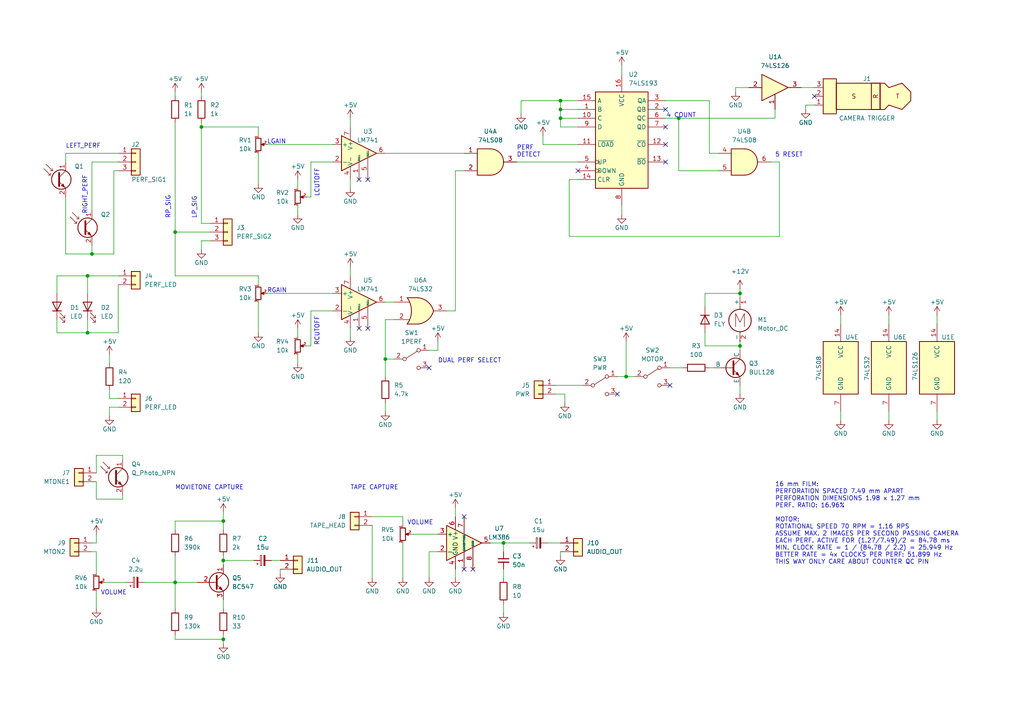
<source format=kicad_sch>
(kicad_sch (version 20231120) (generator "eeschema") (generator_version "8.0")
  (paper "A4")
  (junction (at 361.95 39.37))
  (junction (at 361.95 26.67))
  (junction (at 361.95 107.95))
  (junction (at 181.61 109.22))
  (junction (at 361.95 29.21))
  (junction (at 361.95 92.71))
  (junction (at 64.77 151.13))
  (junction (at 196.85 34.29))
  (junction (at 375.92 128.27))
  (junction (at 375.92 123.19))
  (junction (at 214.63 100.33))
  (junction (at 361.95 80.01))
  (junction (at 375.92 107.95))
  (junction (at 375.92 87.63))
  (junction (at 26.67 73.66))
  (junction (at 375.92 118.11))
  (junction (at 375.92 31.75))
  (junction (at 375.92 49.53))
  (junction (at 375.92 92.71))
  (junction (at 375.92 69.85))
  (junction (at 361.95 31.75))
  (junction (at 361.95 115.57))
  (junction (at 375.92 100.33))
  (junction (at 361.95 110.49))
  (junction (at 375.92 74.93))
  (junction (at 375.92 110.49))
  (junction (at 375.92 24.13))
  (junction (at 361.95 52.07))
  (junction (at 146.05 157.48))
  (junction (at 361.95 123.19))
  (junction (at 361.95 72.39))
  (junction (at 375.92 52.07))
  (junction (at 375.92 26.67))
  (junction (at 214.63 85.09))
  (junction (at 361.95 125.73))
  (junction (at 375.92 146.05))
  (junction (at 375.92 90.17))
  (junction (at 375.92 46.99))
  (junction (at 375.92 113.03))
  (junction (at 375.92 133.35))
  (junction (at 375.92 135.89))
  (junction (at 361.95 64.77))
  (junction (at 361.95 128.27))
  (junction (at 375.92 64.77))
  (junction (at 361.95 143.51))
  (junction (at 361.95 41.91))
  (junction (at 375.92 115.57))
  (junction (at 361.95 105.41))
  (junction (at 361.95 90.17))
  (junction (at 361.95 57.15))
  (junction (at 375.92 62.23))
  (junction (at 361.95 59.69))
  (junction (at 375.92 80.01))
  (junction (at 162.56 29.21))
  (junction (at 361.95 74.93))
  (junction (at 361.95 85.09))
  (junction (at 375.92 39.37))
  (junction (at 361.95 130.81))
  (junction (at 361.95 133.35))
  (junction (at 361.95 135.89))
  (junction (at 375.92 36.83))
  (junction (at 375.92 72.39))
  (junction (at 375.92 34.29))
  (junction (at 361.95 95.25))
  (junction (at 361.95 102.87))
  (junction (at 375.92 130.81))
  (junction (at 375.92 82.55))
  (junction (at 25.4 96.52))
  (junction (at 361.95 67.31))
  (junction (at 375.92 102.87))
  (junction (at 375.92 120.65))
  (junction (at 375.92 105.41))
  (junction (at 361.95 21.59))
  (junction (at 375.92 95.25))
  (junction (at 162.56 31.75))
  (junction (at 375.92 29.21))
  (junction (at 375.92 85.09))
  (junction (at 361.95 113.03))
  (junction (at 50.8 168.91))
  (junction (at 375.92 59.69))
  (junction (at 361.95 46.99))
  (junction (at 375.92 44.45))
  (junction (at 361.95 49.53))
  (junction (at 361.95 34.29))
  (junction (at 162.56 34.29))
  (junction (at 25.4 80.01))
  (junction (at 361.95 44.45))
  (junction (at 375.92 54.61))
  (junction (at 361.95 62.23))
  (junction (at 361.95 100.33))
  (junction (at 111.76 104.14))
  (junction (at 361.95 24.13))
  (junction (at 361.95 120.65))
  (junction (at 375.92 77.47))
  (junction (at 361.95 82.55))
  (junction (at 64.77 185.42))
  (junction (at 361.95 77.47))
  (junction (at 375.92 138.43))
  (junction (at 50.8 67.31))
  (junction (at 361.95 36.83))
  (junction (at 375.92 125.73))
  (junction (at 375.92 67.31))
  (junction (at 361.95 87.63))
  (junction (at 375.92 143.51))
  (junction (at 361.95 140.97))
  (junction (at 64.77 162.56))
  (junction (at 361.95 97.79))
  (junction (at 375.92 140.97))
  (junction (at 375.92 57.15))
  (junction (at 375.92 97.79))
  (junction (at 58.42 36.83))
  (junction (at 361.95 69.85))
  (junction (at 375.92 41.91))
  (junction (at 361.95 138.43))
  (junction (at 361.95 54.61))
  (junction (at 361.95 118.11))
  (no_connect (at 179.07 114.3))
  (no_connect (at 134.62 149.86))
  (no_connect (at 193.04 31.75))
  (no_connect (at 137.16 165.1))
  (no_connect (at 134.62 165.1))
  (no_connect (at 193.04 46.99))
  (no_connect (at 106.68 95.25))
  (no_connect (at 236.22 27.94))
  (no_connect (at 167.64 49.53))
  (no_connect (at 124.46 106.68))
  (no_connect (at 193.04 41.91))
  (no_connect (at 194.31 111.76))
  (no_connect (at 104.14 52.07))
  (no_connect (at 193.04 36.83))
  (no_connect (at 104.14 95.25))
  (no_connect (at 106.68 52.07))
  (wire (pts (xy 361.95 26.67) (xy 361.95 29.21)))
  (wire (pts (xy 88.9 57.15) (xy 90.17 57.15)))
  (wire (pts (xy 50.8 35.56) (xy 50.8 67.31)))
  (wire (pts (xy 86.36 59.69) (xy 86.36 62.23)))
  (wire (pts (xy 146.05 157.48) (xy 153.67 157.48)))
  (wire (pts (xy 90.17 100.33) (xy 90.17 90.17)))
  (wire (pts (xy 58.42 35.56) (xy 58.42 36.83)))
  (wire (pts (xy 124.46 160.02) (xy 124.46 167.64)))
  (wire (pts (xy 64.77 173.99) (xy 64.77 176.53)))
  (wire (pts (xy 16.51 96.52) (xy 25.4 96.52)))
  (wire (pts (xy 162.56 36.83) (xy 167.64 36.83)))
  (wire (pts (xy 58.42 64.77) (xy 58.42 36.83)))
  (wire (pts (xy 214.63 85.09) (xy 214.63 86.36)))
  (wire (pts (xy 375.92 31.75) (xy 375.92 34.29)))
  (wire (pts (xy 132.08 147.32) (xy 132.08 149.86)))
  (wire (pts (xy 375.92 26.67) (xy 375.92 29.21)))
  (wire (pts (xy 375.92 54.61) (xy 375.92 57.15)))
  (wire (pts (xy 375.92 82.55) (xy 375.92 85.09)))
  (wire (pts (xy 165.1 68.58) (xy 226.06 68.58)))
  (wire (pts (xy 361.95 125.73) (xy 361.95 128.27)))
  (wire (pts (xy 213.36 25.4) (xy 217.17 25.4)))
  (wire (pts (xy 361.95 34.29) (xy 361.95 36.83)))
  (wire (pts (xy 375.92 123.19) (xy 375.92 125.73)))
  (wire (pts (xy 204.47 85.09) (xy 214.63 85.09)))
  (wire (pts (xy 226.06 46.99) (xy 226.06 68.58)))
  (wire (pts (xy 64.77 151.13) (xy 64.77 153.67)))
  (wire (pts (xy 375.92 120.65) (xy 375.92 123.19)))
  (wire (pts (xy 34.29 82.55) (xy 34.29 96.52)))
  (wire (pts (xy 361.95 54.61) (xy 361.95 57.15)))
  (wire (pts (xy 34.29 115.57) (xy 31.75 115.57)))
  (wire (pts (xy 161.29 111.76) (xy 168.91 111.76)))
  (wire (pts (xy 86.36 95.25) (xy 86.36 97.79)))
  (wire (pts (xy 114.3 92.71) (xy 111.76 92.71)))
  (wire (pts (xy 27.94 160.02) (xy 27.94 166.37)))
  (wire (pts (xy 132.08 90.17) (xy 129.54 90.17)))
  (wire (pts (xy 50.8 26.67) (xy 50.8 27.94)))
  (wire (pts (xy 116.84 157.48) (xy 116.84 167.64)))
  (wire (pts (xy 196.85 49.53) (xy 208.28 49.53)))
  (wire (pts (xy 101.6 95.25) (xy 101.6 97.79)))
  (wire (pts (xy 361.95 44.45) (xy 361.95 46.99)))
  (wire (pts (xy 361.95 123.19) (xy 361.95 125.73)))
  (wire (pts (xy 116.84 149.86) (xy 107.95 149.86)))
  (wire (pts (xy 64.77 162.56) (xy 64.77 163.83)))
  (wire (pts (xy 33.02 49.53) (xy 33.02 73.66)))
  (wire (pts (xy 361.95 87.63) (xy 361.95 90.17)))
  (wire (pts (xy 165.1 52.07) (xy 167.64 52.07)))
  (wire (pts (xy 25.4 96.52) (xy 34.29 96.52)))
  (wire (pts (xy 213.36 25.4) (xy 213.36 26.67)))
  (wire (pts (xy 375.92 57.15) (xy 375.92 59.69)))
  (wire (pts (xy 165.1 68.58) (xy 165.1 52.07)))
  (wire (pts (xy 146.05 165.1) (xy 146.05 167.64)))
  (wire (pts (xy 127 101.6) (xy 124.46 101.6)))
  (wire (pts (xy 151.13 29.21) (xy 162.56 29.21)))
  (wire (pts (xy 50.8 168.91) (xy 57.15 168.91)))
  (wire (pts (xy 233.68 30.48) (xy 236.22 30.48)))
  (wire (pts (xy 124.46 160.02) (xy 127 160.02)))
  (wire (pts (xy 58.42 69.85) (xy 58.42 72.39)))
  (wire (pts (xy 101.6 52.07) (xy 101.6 54.61)))
  (wire (pts (xy 361.95 95.25) (xy 361.95 97.79)))
  (wire (pts (xy 375.92 46.99) (xy 375.92 49.53)))
  (wire (pts (xy 181.61 109.22) (xy 184.15 109.22)))
  (wire (pts (xy 375.92 80.01) (xy 375.92 82.55)))
  (wire (pts (xy 361.95 39.37) (xy 361.95 41.91)))
  (wire (pts (xy 26.67 160.02) (xy 27.94 160.02)))
  (wire (pts (xy 205.74 44.45) (xy 208.28 44.45)))
  (wire (pts (xy 375.92 107.95) (xy 375.92 110.49)))
  (wire (pts (xy 50.8 184.15) (xy 50.8 185.42)))
  (wire (pts (xy 149.86 46.99) (xy 167.64 46.99)))
  (wire (pts (xy 119.38 154.94) (xy 127 154.94)))
  (wire (pts (xy 361.95 64.77) (xy 361.95 67.31)))
  (wire (pts (xy 375.92 41.91) (xy 375.92 44.45)))
  (wire (pts (xy 361.95 100.33) (xy 361.95 102.87)))
  (wire (pts (xy 361.95 107.95) (xy 361.95 110.49)))
  (wire (pts (xy 361.95 138.43) (xy 361.95 140.97)))
  (wire (pts (xy 375.92 59.69) (xy 375.92 62.23)))
  (wire (pts (xy 375.92 62.23) (xy 375.92 64.77)))
  (wire (pts (xy 223.52 46.99) (xy 226.06 46.99)))
  (wire (pts (xy 181.61 109.22) (xy 179.07 109.22)))
  (wire (pts (xy 27.94 154.94) (xy 27.94 157.48)))
  (wire (pts (xy 361.95 29.21) (xy 361.95 31.75)))
  (wire (pts (xy 180.34 59.69) (xy 180.34 62.23)))
  (wire (pts (xy 375.92 128.27) (xy 375.92 130.81)))
  (wire (pts (xy 375.92 69.85) (xy 375.92 72.39)))
  (wire (pts (xy 151.13 33.02) (xy 151.13 29.21)))
  (wire (pts (xy 19.05 44.45) (xy 19.05 46.99)))
  (wire (pts (xy 375.92 72.39) (xy 375.92 74.93)))
  (wire (pts (xy 375.92 115.57) (xy 375.92 118.11)))
  (wire (pts (xy 86.36 102.87) (xy 86.36 105.41)))
  (wire (pts (xy 375.92 95.25) (xy 375.92 97.79)))
  (wire (pts (xy 214.63 100.33) (xy 214.63 101.6)))
  (wire (pts (xy 361.95 17.78) (xy 361.95 21.59)))
  (wire (pts (xy 204.47 100.33) (xy 214.63 100.33)))
  (wire (pts (xy 361.95 80.01) (xy 361.95 82.55)))
  (wire (pts (xy 194.31 106.68) (xy 198.12 106.68)))
  (wire (pts (xy 361.95 69.85) (xy 361.95 72.39)))
  (wire (pts (xy 361.95 52.07) (xy 361.95 54.61)))
  (wire (pts (xy 375.92 118.11) (xy 375.92 120.65)))
  (wire (pts (xy 375.92 92.71) (xy 375.92 95.25)))
  (wire (pts (xy 375.92 146.05) (xy 375.92 148.59)))
  (wire (pts (xy 27.94 157.48) (xy 26.67 157.48)))
  (wire (pts (xy 375.92 24.13) (xy 375.92 26.67)))
  (wire (pts (xy 361.95 24.13) (xy 361.95 26.67)))
  (wire (pts (xy 86.36 52.07) (xy 86.36 54.61)))
  (wire (pts (xy 361.95 90.17) (xy 361.95 92.71)))
  (wire (pts (xy 361.95 72.39) (xy 361.95 74.93)))
  (wire (pts (xy 35.56 144.78) (xy 35.56 143.51)))
  (wire (pts (xy 107.95 152.4) (xy 107.95 167.64)))
  (wire (pts (xy 361.95 59.69) (xy 361.95 62.23)))
  (wire (pts (xy 257.81 119.38) (xy 257.81 121.92)))
  (wire (pts (xy 64.77 148.59) (xy 64.77 151.13)))
  (wire (pts (xy 58.42 69.85) (xy 60.96 69.85)))
  (wire (pts (xy 50.8 151.13) (xy 64.77 151.13)))
  (wire (pts (xy 375.92 74.93) (xy 375.92 77.47)))
  (wire (pts (xy 361.95 46.99) (xy 361.95 49.53)))
  (wire (pts (xy 90.17 90.17) (xy 96.52 90.17)))
  (wire (pts (xy 25.4 80.01) (xy 16.51 80.01)))
  (wire (pts (xy 81.28 166.37) (xy 81.28 165.1)))
  (wire (pts (xy 361.95 113.03) (xy 361.95 115.57)))
  (wire (pts (xy 50.8 67.31) (xy 60.96 67.31)))
  (wire (pts (xy 375.92 97.79) (xy 375.92 100.33)))
  (wire (pts (xy 375.92 39.37) (xy 375.92 41.91)))
  (wire (pts (xy 111.76 104.14) (xy 114.3 104.14)))
  (wire (pts (xy 375.92 21.59) (xy 375.92 24.13)))
  (wire (pts (xy 50.8 67.31) (xy 50.8 80.01)))
  (wire (pts (xy 157.48 41.91) (xy 167.64 41.91)))
  (wire (pts (xy 33.02 73.66) (xy 26.67 73.66)))
  (wire (pts (xy 375.92 113.03) (xy 375.92 115.57)))
  (wire (pts (xy 205.74 29.21) (xy 205.74 44.45)))
  (wire (pts (xy 50.8 168.91) (xy 50.8 176.53)))
  (wire (pts (xy 132.08 165.1) (xy 132.08 167.64)))
  (wire (pts (xy 361.95 82.55) (xy 361.95 85.09)))
  (wire (pts (xy 361.95 36.83) (xy 361.95 39.37)))
  (wire (pts (xy 375.92 90.17) (xy 375.92 92.71)))
  (wire (pts (xy 31.75 118.11) (xy 31.75 120.65)))
  (wire (pts (xy 375.92 49.53) (xy 375.92 52.07)))
  (wire (pts (xy 64.77 162.56) (xy 73.66 162.56)))
  (wire (pts (xy 361.95 97.79) (xy 361.95 100.33)))
  (wire (pts (xy 271.78 119.38) (xy 271.78 121.92)))
  (wire (pts (xy 132.08 49.53) (xy 132.08 90.17)))
  (wire (pts (xy 361.95 74.93) (xy 361.95 77.47)))
  (wire (pts (xy 111.76 116.84) (xy 111.76 119.38)))
  (wire (pts (xy 361.95 67.31) (xy 361.95 69.85)))
  (wire (pts (xy 88.9 100.33) (xy 90.17 100.33)))
  (wire (pts (xy 19.05 73.66) (xy 26.67 73.66)))
  (wire (pts (xy 361.95 120.65) (xy 361.95 123.19)))
  (wire (pts (xy 375.92 130.81) (xy 375.92 133.35)))
  (wire (pts (xy 257.81 91.44) (xy 257.81 93.98)))
  (wire (pts (xy 111.76 44.45) (xy 134.62 44.45)))
  (wire (pts (xy 25.4 80.01) (xy 25.4 85.09)))
  (wire (pts (xy 375.92 77.47) (xy 375.92 80.01)))
  (wire (pts (xy 375.92 36.83) (xy 375.92 39.37)))
  (wire (pts (xy 271.78 91.44) (xy 271.78 93.98)))
  (wire (pts (xy 31.75 102.87) (xy 31.75 105.41)))
  (wire (pts (xy 361.95 31.75) (xy 361.95 34.29)))
  (wire (pts (xy 162.56 31.75) (xy 162.56 34.29)))
  (wire (pts (xy 16.51 92.71) (xy 16.51 96.52)))
  (wire (pts (xy 375.92 125.73) (xy 375.92 128.27)))
  (wire (pts (xy 34.29 46.99) (xy 26.67 46.99)))
  (wire (pts (xy 375.92 34.29) (xy 375.92 36.83)))
  (wire (pts (xy 77.47 85.09) (xy 96.52 85.09)))
  (wire (pts (xy 214.63 111.76) (xy 214.63 114.3)))
  (wire (pts (xy 361.95 140.97) (xy 361.95 143.51)))
  (wire (pts (xy 116.84 152.4) (xy 116.84 149.86)))
  (wire (pts (xy 111.76 87.63) (xy 114.3 87.63)))
  (wire (pts (xy 74.93 80.01) (xy 74.93 82.55)))
  (wire (pts (xy 90.17 46.99) (xy 96.52 46.99)))
  (wire (pts (xy 64.77 161.29) (xy 64.77 162.56)))
  (wire (pts (xy 375.92 102.87) (xy 375.92 105.41)))
  (wire (pts (xy 375.92 100.33) (xy 375.92 102.87)))
  (wire (pts (xy 146.05 160.02) (xy 146.05 157.48)))
  (wire (pts (xy 361.95 49.53) (xy 361.95 52.07)))
  (wire (pts (xy 27.94 139.7) (xy 27.94 144.78)))
  (wire (pts (xy 361.95 118.11) (xy 361.95 120.65)))
  (wire (pts (xy 60.96 64.77) (xy 58.42 64.77)))
  (wire (pts (xy 25.4 96.52) (xy 25.4 92.71)))
  (wire (pts (xy 77.47 41.91) (xy 96.52 41.91)))
  (wire (pts (xy 162.56 34.29) (xy 162.56 36.83)))
  (wire (pts (xy 361.95 77.47) (xy 361.95 80.01)))
  (wire (pts (xy 232.41 25.4) (xy 236.22 25.4)))
  (wire (pts (xy 196.85 34.29) (xy 224.79 34.29)))
  (wire (pts (xy 375.92 67.31) (xy 375.92 69.85)))
  (wire (pts (xy 361.95 115.57) (xy 361.95 118.11)))
  (wire (pts (xy 64.77 185.42) (xy 64.77 184.15)))
  (wire (pts (xy 101.6 34.29) (xy 101.6 36.83)))
  (wire (pts (xy 214.63 83.82) (xy 214.63 85.09)))
  (wire (pts (xy 26.67 46.99) (xy 26.67 60.96)))
  (wire (pts (xy 162.56 160.02) (xy 162.56 161.29)))
  (wire (pts (xy 233.68 31.75) (xy 233.68 30.48)))
  (wire (pts (xy 361.95 143.51) (xy 361.95 146.05)))
  (wire (pts (xy 90.17 57.15) (xy 90.17 46.99)))
  (wire (pts (xy 361.95 41.91) (xy 361.95 44.45)))
  (wire (pts (xy 243.84 91.44) (xy 243.84 93.98)))
  (wire (pts (xy 375.92 85.09) (xy 375.92 87.63)))
  (wire (pts (xy 158.75 157.48) (xy 162.56 157.48)))
  (wire (pts (xy 361.95 128.27) (xy 361.95 130.81)))
  (wire (pts (xy 375.92 138.43) (xy 375.92 140.97)))
  (wire (pts (xy 204.47 88.9) (xy 204.47 85.09)))
  (wire (pts (xy 74.93 44.45) (xy 74.93 53.34)))
  (wire (pts (xy 74.93 87.63) (xy 74.93 96.52)))
  (wire (pts (xy 78.74 162.56) (xy 81.28 162.56)))
  (wire (pts (xy 27.94 144.78) (xy 35.56 144.78)))
  (wire (pts (xy 375.92 110.49) (xy 375.92 113.03)))
  (wire (pts (xy 375.92 64.77) (xy 375.92 67.31)))
  (wire (pts (xy 58.42 36.83) (xy 74.93 36.83)))
  (wire (pts (xy 26.67 73.66) (xy 26.67 71.12)))
  (wire (pts (xy 34.29 44.45) (xy 19.05 44.45)))
  (wire (pts (xy 50.8 151.13) (xy 50.8 153.67)))
  (wire (pts (xy 361.95 21.59) (xy 361.95 24.13)))
  (wire (pts (xy 375.92 29.21) (xy 375.92 31.75)))
  (wire (pts (xy 361.95 85.09) (xy 361.95 87.63)))
  (wire (pts (xy 193.04 29.21) (xy 205.74 29.21)))
  (wire (pts (xy 16.51 80.01) (xy 16.51 85.09)))
  (wire (pts (xy 361.95 130.81) (xy 361.95 133.35)))
  (wire (pts (xy 181.61 99.06) (xy 181.61 109.22)))
  (wire (pts (xy 157.48 39.37) (xy 157.48 41.91)))
  (wire (pts (xy 361.95 110.49) (xy 361.95 113.03)))
  (wire (pts (xy 375.92 133.35) (xy 375.92 135.89)))
  (wire (pts (xy 375.92 87.63) (xy 375.92 90.17)))
  (wire (pts (xy 41.91 168.91) (xy 50.8 168.91)))
  (wire (pts (xy 224.79 34.29) (xy 224.79 31.75)))
  (wire (pts (xy 361.95 133.35) (xy 361.95 135.89)))
  (wire (pts (xy 361.95 92.71) (xy 361.95 95.25)))
  (wire (pts (xy 163.83 114.3) (xy 163.83 116.84)))
  (wire (pts (xy 361.95 105.41) (xy 361.95 107.95)))
  (wire (pts (xy 375.92 52.07) (xy 375.92 54.61)))
  (wire (pts (xy 50.8 161.29) (xy 50.8 168.91)))
  (wire (pts (xy 64.77 186.69) (xy 64.77 185.42)))
  (wire (pts (xy 111.76 104.14) (xy 111.76 109.22)))
  (wire (pts (xy 127 99.06) (xy 127 101.6)))
  (wire (pts (xy 146.05 157.48) (xy 142.24 157.48)))
  (wire (pts (xy 132.08 49.53) (xy 134.62 49.53)))
  (wire (pts (xy 375.92 105.41) (xy 375.92 107.95)))
  (wire (pts (xy 361.95 102.87) (xy 361.95 105.41)))
  (wire (pts (xy 19.05 57.15) (xy 19.05 73.66)))
  (wire (pts (xy 361.95 135.89) (xy 361.95 138.43)))
  (wire (pts (xy 31.75 118.11) (xy 34.29 118.11)))
  (wire (pts (xy 163.83 114.3) (xy 161.29 114.3)))
  (wire (pts (xy 243.84 119.38) (xy 243.84 121.92)))
  (wire (pts (xy 214.63 99.06) (xy 214.63 100.33)))
  (wire (pts (xy 31.75 113.03) (xy 31.75 115.57)))
  (wire (pts (xy 34.29 49.53) (xy 33.02 49.53)))
  (wire (pts (xy 375.92 44.45) (xy 375.92 46.99)))
  (wire (pts (xy 361.95 62.23) (xy 361.95 64.77)))
  (wire (pts (xy 34.29 80.01) (xy 25.4 80.01)))
  (wire (pts (xy 27.94 132.08) (xy 35.56 132.08)))
  (wire (pts (xy 193.04 34.29) (xy 196.85 34.29)))
  (wire (pts (xy 167.64 34.29) (xy 162.56 34.29)))
  (wire (pts (xy 27.94 171.45) (xy 27.94 176.53)))
  (wire (pts (xy 30.48 168.91) (xy 36.83 168.91)))
  (wire (pts (xy 167.64 29.21) (xy 162.56 29.21)))
  (wire (pts (xy 27.94 137.16) (xy 27.94 132.08)))
  (wire (pts (xy 375.92 143.51) (xy 375.92 146.05)))
  (wire (pts (xy 162.56 29.21) (xy 162.56 31.75)))
  (wire (pts (xy 111.76 92.71) (xy 111.76 104.14)))
  (wire (pts (xy 50.8 80.01) (xy 74.93 80.01)))
  (wire (pts (xy 35.56 132.08) (xy 35.56 133.35)))
  (wire (pts (xy 58.42 26.67) (xy 58.42 27.94)))
  (wire (pts (xy 204.47 96.52) (xy 204.47 100.33)))
  (wire (pts (xy 180.34 19.05) (xy 180.34 21.59)))
  (wire (pts (xy 74.93 36.83) (xy 74.93 39.37)))
  (wire (pts (xy 50.8 185.42) (xy 64.77 185.42)))
  (wire (pts (xy 167.64 31.75) (xy 162.56 31.75)))
  (wire (pts (xy 196.85 34.29) (xy 196.85 49.53)))
  (wire (pts (xy 361.95 57.15) (xy 361.95 59.69)))
  (wire (pts (xy 146.05 175.26) (xy 146.05 177.8)))
  (wire (pts (xy 101.6 77.47) (xy 101.6 80.01)))
  (wire (pts (xy 205.74 106.68) (xy 207.01 106.68)))
  (wire (pts (xy 375.92 140.97) (xy 375.92 143.51)))
  (wire (pts (xy 375.92 135.89) (xy 375.92 138.43)))
  (text "LP_SIG" (at 57.15 63.5 90) (effects (font (size 1.27 1.27)) (justify left bottom)))
  (text "LGAIN" (at 77.47 41.91 0) (effects (font (size 1.27 1.27)) (justify left bottom)))
  (text "RIGHT_PERF" (at 25.4 62.23 90) (effects (font (size 1.27 1.27)) (justify left bottom)))
  (text "4 COUNT" (at 193.294 34.29 0) (effects (font (size 1.27 1.27)) (justify left bottom)))
  (text "LEFT_PERF" (at 19.05 43.18 0) (effects (font (size 1.27 1.27)) (justify left bottom)))
  (text "RP_SIG" (at 49.53 63.5 90) (effects (font (size 1.27 1.27)) (justify left bottom)))
  (text "LCUTOFF" (at 92.71 57.15 90) (effects (font (size 1.27 1.27)) (justify left bottom)))
  (text "VOLUME" (at 118.11 152.4 0) (effects (font (size 1.27 1.27)) (justify left bottom)))
  (text "RGAIN" (at 77.47 85.09 0) (effects (font (size 1.27 1.27)) (justify left bottom)))
  (text "RCUTOFF" (at 92.71 100.33 90) (effects (font (size 1.27 1.27)) (justify left bottom)))
  (text "DUAL PERF SELECT" (at 127 105.41 0) (effects (font (size 1.27 1.27)) (justify left bottom)))
  (text "MOVIETONE CAPTURE" (at 50.8 142.24 0) (effects (font (size 1.27 1.27)) (justify left bottom)))
  (text "16 mm FILM:\nPERFORATION SPACED 7.49 mm APART\nPERFORATION DIMENSIONS 1.98 x 1.27 mm\nPERF. RATIO: 16.96%\n\nMOTOR:\nROTATIONAL SPEED 70 RPM = 1.16 RPS\nASSUME MAX. 2 IMAGES PER SECOND PASSING CAMERA\nEACH PERF. ACTIVE FOR (1.27/7.49)/2 = 84.78 ms\nMIN. CLOCK RATE = 1 / (84.78 / 2.2) = 25.949 Hz\nBETTER RATE = 4x CLOCKS PER PERF: 51.899 Hz\nTHIS WAY ONLY CARE ABOUT COUNTER QC PIN" (at 224.79 163.83 0) (effects (font (size 1.27 1.27)) (justify left bottom)))
  (text "TAPE CAPTURE" (at 101.6 142.24 0) (effects (font (size 1.27 1.27)) (justify left bottom)))
  (text "PERF\nDETECT" (at 149.86 45.72 0) (effects (font (size 1.27 1.27)) (justify left bottom)))
  (text "VOLUME" (at 29.21 172.72 0) (effects (font (size 1.27 1.27)) (justify left bottom)))
  (text "5 RESET" (at 224.79 45.72 0) (effects (font (size 1.27 1.27)) (justify left bottom)))
  (symbol (lib_id "Device:D") (at 204.47 92.71 270) (unit 1)
    (property "Reference" "D3" (at 207.01 91.4399 90) (effects (justify left)))
    (property "Value" "FLY" (at 207.01 93.9799 90) (effects (justify left)))
    (property "Description" "Diode" (effects (hide yes)))
    (property "Sim.Device" "D" (effects (hide yes)))
    (property "Sim.Pins" "1=K 2=A" (effects (hide yes)))
  )
  (symbol (lib_id "power:+5V") (at 257.81 91.44 0) (unit 1)
    (property "Reference" "#PWR018" (effects (hide yes)))
    (property "Value" "+5V" (at 257.81 87.63 0))
  )
  (symbol (lib_id "Connector_Generic:Conn_01x02") (at 22.86 137.16 0) (mirror y) (unit 1)
    (property "Reference" "J7" (at 20.32 137.16 0) (effects (justify left)))
    (property "Value" "MTONE1" (at 20.32 139.7 0) (effects (justify left)))
    (property "Footprint" "Connector_JST:JST_EH_B2B-EH-A_1x02_P2.50mm_Vertical" (effects (hide yes)))
  )
  (symbol (lib_id "power:+5V") (at 86.36 52.07 0) (unit 1)
    (property "Reference" "#PWR09" (effects (hide yes)))
    (property "Value" "+5V" (at 86.36 48.26 0))
  )
  (symbol (lib_id "power:+5V") (at 58.42 26.67 0) (unit 1)
    (property "Reference" "#PWR03" (effects (hide yes)))
    (property "Value" "+5V" (at 58.42 22.86 0))
  )
  (symbol (lib_id "power:+5V") (at 50.8 26.67 0) (unit 1)
    (property "Reference" "#PWR02" (effects (hide yes)))
    (property "Value" "+5V" (at 50.8 22.86 0))
  )
  (symbol (lib_id "power:GND") (at 101.6 54.61 0) (unit 1)
    (property "Reference" "#PWR011" (effects (hide yes)))
    (property "Value" "GND" (at 101.6 58.42 0))
  )
  (symbol (lib_id "Connector_Generic:Conn_01x02") (at 39.37 115.57 0) (unit 1)
    (property "Reference" "J6" (at 41.91 115.57 0) (effects (justify left)))
    (property "Value" "PERF_LED" (at 41.91 118.11 0) (effects (justify left)))
    (property "Footprint" "Connector_JST:JST_EH_B2B-EH-A_1x02_P2.50mm_Vertical" (effects (hide yes)))
  )
  (symbol (lib_id "74xx:74LS32") (at 121.92 90.17 0) (unit 1)
    (property "Reference" "U6" (at 121.92 81.28 0))
    (property "Value" "74LS32" (at 121.92 83.82 0))
    (property "Footprint" "Package_DIP:DIP-14_W7.62mm_Socket" (effects (hide yes)))
    (property "Datasheet" "http://www.ti.com/lit/gpn/sn74LS32" (effects (hide yes)))
  )
  (symbol (lib_id "power:GND") (at 214.63 114.3 0) (unit 1)
    (property "Reference" "#PWR027" (effects (hide yes)))
    (property "Value" "GND" (at 214.63 118.11 0))
  )
  (symbol (lib_id "Device:Q_Photo_NPN") (at 24.13 66.04 0) (unit 1)
    (property "Reference" "Q2" (at 29.21 62.23 0) (effects (justify left)))
    (property "Value" "Q_Photo_NPN" (effects (hide yes)))
    (property "Footprint" "LED_THT:LED_D5.0mm" (effects (hide yes)))
  )
  (symbol (lib_id "power:+5V") (at 181.61 99.06 0) (mirror y) (unit 1)
    (property "Reference" "#PWR024" (effects (hide yes)))
    (property "Value" "+5V" (at 181.61 95.25 0))
  )
  (symbol (lib_id "power:GND") (at 116.84 167.64 0) (unit 1)
    (property "Reference" "#PWR040" (effects (hide yes)))
    (property "Value" "GND" (at 116.84 171.45 0))
  )
  (symbol (lib_id "Device:R_Potentiometer_Small") (at 74.93 41.91 0) (unit 1)
    (property "Reference" "RV1" (at 71.12 40.64 0))
    (property "Value" "10k" (at 71.12 43.18 0))
    (property "Footprint" "Potentiometer_THT:Potentiometer_ACP_CA9-V10_Vertical" (effects (hide yes)))
  )
  (symbol (lib_id "power:GND") (at 64.77 186.69 0) (unit 1)
    (property "Reference" "#PWR045" (effects (hide yes)))
    (property "Value" "GND" (at 64.77 190.5 0))
  )
  (symbol (lib_id "power:GND") (at 107.95 167.64 0) (unit 1)
    (property "Reference" "#PWR039" (effects (hide yes)))
    (property "Value" "GND" (at 107.95 171.45 0))
  )
  (symbol (lib_id "Switch:SW_SPDT") (at 119.38 104.14 0) (unit 1)
    (property "Reference" "SW1" (at 119.38 96.52 0))
    (property "Value" "1PERF" (at 119.38 99.06 0))
    (property "Footprint" "Connector_PinSocket_2.54mm:PinSocket_1x03_P2.54mm_Vertical" (effects (hide yes)))
  )
  (symbol (lib_id "power:GND") (at 151.13 33.02 0) (unit 1)
    (property "Reference" "#PWR06" (effects (hide yes)))
    (property "Value" "GND" (at 151.13 36.83 0))
  )
  (symbol (lib_id "Device:Q_Photo_NPN") (at 16.51 52.07 0) (unit 1)
    (property "Reference" "Q1" (at 21.59 48.26 0) (effects (justify left)))
    (property "Value" "Q_Photo_NPN" (effects (hide yes)))
    (property "Footprint" "LED_THT:LED_D5.0mm" (effects (hide yes)))
  )
  (symbol (lib_id "Connector:Conn_01x25_Pin") (at 356.87 52.07 0) (unit 1)
    (property "Reference" "J14" (at 357.505 16.51 0))
    (property "Value" "POS1" (at 357.505 19.05 0))
    (property "Footprint" "Connector_PinHeader_2.54mm:PinHeader_1x25_P2.54mm_Vertical" (effects (hide yes)))
  )
  (symbol (lib_id "74xx:74LS126") (at 271.78 106.68 0) (unit 5)
    (property "Reference" "U1" (at 273.05 97.79 0) (effects (justify left)))
    (property "Value" "74LS126" (at 265.43 110.49 90) (effects (justify left)))
    (property "Footprint" "Package_DIP:DIP-14_W7.62mm_Socket" (effects (hide yes)))
    (property "Datasheet" "http://www.ti.com/lit/gpn/sn74LS126" (effects (hide yes)))
  )
  (symbol (lib_id "power:+5V") (at 101.6 34.29 0) (unit 1)
    (property "Reference" "#PWR07" (effects (hide yes)))
    (property "Value" "+5V" (at 101.6 30.48 0))
  )
  (symbol (lib_id "power:GND") (at 257.81 121.92 0) (unit 1)
    (property "Reference" "#PWR032" (effects (hide yes)))
    (property "Value" "GND" (at 257.81 125.73 0))
  )
  (symbol (lib_id "power:GND") (at 111.76 119.38 0) (unit 1)
    (property "Reference" "#PWR029" (effects (hide yes)))
    (property "Value" "GND" (at 111.76 123.19 0))
  )
  (symbol (lib_id "Device:R") (at 111.76 113.03 180) (unit 1)
    (property "Reference" "R5" (at 114.3 111.76 0) (effects (justify right)))
    (property "Value" "4.7k" (at 114.3 114.3 0) (effects (justify right)))
    (property "Footprint" "Resistor_THT:R_Axial_DIN0207_L6.3mm_D2.5mm_P7.62mm_Horizontal" (effects (hide yes)))
  )
  (symbol (lib_id "Device:R") (at 64.77 180.34 0) (unit 1)
    (property "Reference" "R10" (at 67.31 179.07 0) (effects (justify left)))
    (property "Value" "33" (at 67.31 181.61 0) (effects (justify left)))
    (property "Footprint" "Resistor_THT:R_Axial_DIN0207_L6.3mm_D2.5mm_P7.62mm_Horizontal" (effects (hide yes)))
  )
  (symbol (lib_id "Connector_Generic:Conn_01x02") (at 86.36 162.56 0) (unit 1)
    (property "Reference" "J11" (at 88.9 162.56 0) (effects (justify left)))
    (property "Value" "AUDIO_OUT" (at 88.9 165.1 0) (effects (justify left)))
    (property "Footprint" "Connector_JST:JST_EH_B2B-EH-A_1x02_P2.50mm_Vertical" (effects (hide yes)))
  )
  (symbol (lib_id "Amplifier_Audio:LM386") (at 134.62 157.48 0) (unit 1)
    (property "Reference" "U7" (at 144.78 153.2891 0))
    (property "Value" "LM386" (at 144.78 155.8291 0))
    (property "Footprint" "Package_DIP:DIP-8_W7.62mm_Socket" (effects (hide yes)))
    (property "Datasheet" "http://www.ti.com/lit/ds/symlink/lm386.pdf" (effects (hide yes)))
  )
  (symbol (lib_id "power:GND") (at 213.36 26.67 0) (unit 1)
    (property "Reference" "#PWR04" (effects (hide yes)))
    (property "Value" "GND" (at 213.36 30.48 0))
  )
  (symbol (lib_id "Connector_Generic:Conn_01x02") (at 39.37 80.01 0) (unit 1)
    (property "Reference" "J4" (at 41.91 80.01 0) (effects (justify left)))
    (property "Value" "PERF_LED" (at 41.91 82.55 0) (effects (justify left)))
    (property "Footprint" "Connector_JST:JST_EH_B2B-EH-A_1x02_P2.50mm_Vertical" (effects (hide yes)))
  )
  (symbol (lib_id "power:+12V") (at 214.63 83.82 0) (unit 1)
    (property "Reference" "#PWR016" (effects (hide yes)))
    (property "Value" "+12V" (at 214.63 78.74 0))
  )
  (symbol (lib_id "Device:C_Polarized_Small") (at 156.21 157.48 90) (unit 1)
    (property "Reference" "C1" (at 156.21 151.13 90))
    (property "Value" "15u" (at 156.21 153.67 90))
    (property "Footprint" "Capacitor_THT:C_Radial_D6.3mm_H5.0mm_P2.50mm" (effects (hide yes)))
  )
  (symbol (lib_id "74xx:74LS08") (at 243.84 106.68 0) (unit 5)
    (property "Reference" "U4" (at 245.11 97.79 0) (effects (justify left)))
    (property "Value" "74LS08" (at 237.49 110.49 90) (effects (justify left)))
    (property "Footprint" "Package_DIP:DIP-14_W7.62mm_Socket" (effects (hide yes)))
    (property "Datasheet" "http://www.ti.com/lit/gpn/sn74LS08" (effects (hide yes)))
  )
  (symbol (lib_id "Device:LED") (at 25.4 88.9 90) (unit 1)
    (property "Reference" "D2" (at 29.21 89.2175 90) (effects (justify right)))
    (property "Value" "LED" (at 29.21 91.7575 90) (effects (justify right)))
    (property "Footprint" "LED_THT:LED_D5.0mm" (effects (hide yes)))
  )
  (symbol (lib_id "Device:R") (at 50.8 180.34 0) (unit 1)
    (property "Reference" "R9" (at 53.34 179.07 0) (effects (justify left)))
    (property "Value" "130k" (at 53.34 181.61 0) (effects (justify left)))
    (property "Footprint" "Resistor_THT:R_Axial_DIN0207_L6.3mm_D2.5mm_P7.62mm_Horizontal" (effects (hide yes)))
  )
  (symbol (lib_id "power:+5V") (at 64.77 148.59 0) (unit 1)
    (property "Reference" "#PWR035" (effects (hide yes)))
    (property "Value" "+5V" (at 64.77 144.78 0))
  )
  (symbol (lib_id "Device:R_Potentiometer_Small") (at 86.36 100.33 0) (unit 1)
    (property "Reference" "RV4" (at 83.82 99.06 0) (effects (justify right)))
    (property "Value" "10k" (at 83.82 101.6 0) (effects (justify right)))
    (property "Footprint" "Potentiometer_THT:Potentiometer_ACP_CA9-V10_Vertical" (effects (hide yes)))
  )
  (symbol (lib_id "power:GND") (at 243.84 121.92 0) (unit 1)
    (property "Reference" "#PWR031" (effects (hide yes)))
    (property "Value" "GND" (at 243.84 125.73 0))
  )
  (symbol (lib_id "Amplifier_Operational:LM741") (at 104.14 87.63 0) (unit 1)
    (property "Reference" "U5" (at 106.68 81.28 0))
    (property "Value" "LM741" (at 106.68 83.82 0))
    (property "Footprint" "Package_DIP:DIP-8_W7.62mm_Socket" (effects (hide yes)))
    (property "Datasheet" "http://www.ti.com/lit/ds/symlink/lm741.pdf" (effects (hide yes)))
  )
  (symbol (lib_id "power:GND") (at 132.08 167.64 0) (unit 1)
    (property "Reference" "#PWR042" (effects (hide yes)))
    (property "Value" "GND" (at 132.08 171.45 0))
  )
  (symbol (lib_id "Device:R") (at 58.42 31.75 180) (unit 1)
    (property "Reference" "R2" (at 60.96 30.48 0) (effects (justify right)))
    (property "Value" "1k" (at 60.96 33.02 0) (effects (justify right)))
    (property "Footprint" "Resistor_THT:R_Axial_DIN0207_L6.3mm_D2.5mm_P7.62mm_Horizontal" (effects (hide yes)))
  )
  (symbol (lib_id "power:GND") (at 74.93 96.52 0) (unit 1)
    (property "Reference" "#PWR021" (effects (hide yes)))
    (property "Value" "GND" (at 74.93 100.33 0))
  )
  (symbol (lib_id "Connector:Conn_01x25_Pin") (at 370.84 52.07 0) (unit 1)
    (property "Reference" "J16" (at 371.475 16.51 0))
    (property "Value" "NEG1" (at 371.475 19.05 0))
    (property "Footprint" "Connector_PinHeader_2.54mm:PinHeader_1x25_P2.54mm_Vertical" (effects (hide yes)))
  )
  (symbol (lib_id "power:GND") (at 86.36 62.23 0) (unit 1)
    (property "Reference" "#PWR012" (effects (hide yes)))
    (property "Value" "GND" (at 86.36 66.04 0))
  )
  (symbol (lib_id "power:GND") (at 124.46 167.64 0) (unit 1)
    (property "Reference" "#PWR041" (effects (hide yes)))
    (property "Value" "GND" (at 124.46 171.45 0))
  )
  (symbol (lib_id "power:GND") (at 162.56 161.29 0) (unit 1)
    (property "Reference" "#PWR037" (effects (hide yes)))
    (property "Value" "GND" (at 162.56 165.1 0))
  )
  (symbol (lib_id "Device:R_Potentiometer_Small") (at 27.94 168.91 0) (unit 1)
    (property "Reference" "RV6" (at 25.4 167.64 0) (effects (justify right)))
    (property "Value" "10k" (at 25.4 170.18 0) (effects (justify right)))
    (property "Footprint" "Potentiometer_THT:Potentiometer_Alps_RK163_Single_Horizontal" (effects (hide yes)))
  )
  (symbol (lib_id "74xx:74LS32") (at 257.81 106.68 0) (unit 5)
    (property "Reference" "U6" (at 259.08 97.79 0) (effects (justify left)))
    (property "Value" "74LS32" (at 251.46 110.49 90) (effects (justify left)))
    (property "Footprint" "Package_DIP:DIP-14_W7.62mm_Socket" (effects (hide yes)))
    (property "Datasheet" "http://www.ti.com/lit/gpn/sn74LS32" (effects (hide yes)))
  )
  (symbol (lib_id "Device:R_Potentiometer_Small") (at 74.93 85.09 0) (unit 1)
    (property "Reference" "RV3" (at 71.12 83.82 0))
    (property "Value" "10k" (at 71.12 86.36 0))
    (property "Footprint" "Potentiometer_THT:Potentiometer_ACP_CA9-V10_Vertical" (effects (hide yes)))
  )
  (symbol (lib_id "74xx:74LS08") (at 215.9 46.99 0) (unit 2)
    (property "Reference" "U4" (at 215.8917 38.1 0))
    (property "Value" "74LS08" (at 215.8917 40.64 0))
    (property "Footprint" "Package_DIP:DIP-14_W7.62mm_Socket" (effects (hide yes)))
    (property "Datasheet" "http://www.ti.com/lit/gpn/sn74LS08" (effects (hide yes)))
  )
  (symbol (lib_id "Device:R_Potentiometer_Small") (at 86.36 57.15 0) (unit 1)
    (property "Reference" "RV2" (at 83.82 55.88 0) (effects (justify right)))
    (property "Value" "10k" (at 83.82 58.42 0) (effects (justify right)))
    (property "Footprint" "Potentiometer_THT:Potentiometer_ACP_CA9-V10_Vertical" (effects (hide yes)))
  )
  (symbol (lib_id "power:+5V") (at 243.84 91.44 0) (unit 1)
    (property "Reference" "#PWR017" (effects (hide yes)))
    (property "Value" "+5V" (at 243.84 87.63 0))
  )
  (symbol (lib_id "Simulation_SPICE:NPN") (at 212.09 106.68 0) (unit 1)
    (property "Reference" "Q3" (at 217.17 105.41 0) (effects (justify left)))
    (property "Value" "BUL128" (at 217.17 107.95 0) (effects (justify left)))
    (property "Footprint" "Package_TO_SOT_THT:TO-220-3_Vertical" (effects (hide yes)))
    (property "Sim.Device" "NPN" (effects (hide yes)))
    (property "Sim.Type" "GUMMELPOON" (effects (hide yes)))
    (property "Sim.Pins" "1=C 2=B 3=E" (effects (hide yes)))
  )
  (symbol (lib_id "Device:R") (at 146.05 171.45 180) (unit 1)
    (property "Reference" "R8" (at 148.59 170.18 0) (effects (justify right)))
    (property "Value" "10" (at 148.59 172.72 0) (effects (justify right)))
    (property "Footprint" "Resistor_THT:R_Axial_DIN0207_L6.3mm_D2.5mm_P7.62mm_Horizontal" (effects (hide yes)))
  )
  (symbol (lib_id "Motor:Motor_DC") (at 214.63 91.44 0) (unit 1)
    (property "Reference" "M1" (at 219.71 92.71 0) (effects (justify left)))
    (property "Value" "Motor_DC" (at 219.71 95.25 0) (effects (justify left)))
    (property "Footprint" "Connector_JST:JST_EH_B2B-EH-A_1x02_P2.50mm_Vertical" (effects (hide yes)))
  )
  (symbol (lib_id "Connector_Generic:Conn_01x02") (at 156.21 111.76 0) (mirror y) (unit 1)
    (property "Reference" "J5" (at 153.67 111.76 0) (effects (justify left)))
    (property "Value" "PWR" (at 153.67 114.3 0) (effects (justify left)))
    (property "Footprint" "Connector_JST:JST_EH_B2B-EH-A_1x02_P2.50mm_Vertical" (effects (hide yes)))
  )
  (symbol (lib_id "Amplifier_Operational:LM741") (at 104.14 44.45 0) (unit 1)
    (property "Reference" "U3" (at 106.68 38.1 0))
    (property "Value" "LM741" (at 106.68 40.64 0))
    (property "Footprint" "Package_DIP:DIP-8_W7.62mm_Socket" (effects (hide yes)))
    (property "Datasheet" "http://www.ti.com/lit/ds/symlink/lm741.pdf" (effects (hide yes)))
  )
  (symbol (lib_id "power:GND") (at 146.05 177.8 0) (unit 1)
    (property "Reference" "#PWR044" (effects (hide yes)))
    (property "Value" "GND" (at 146.05 181.61 0))
  )
  (symbol (lib_id "Switch:SW_SPDT") (at 189.23 109.22 0) (unit 1)
    (property "Reference" "SW2" (at 189.23 101.6 0))
    (property "Value" "MOTOR" (at 189.23 104.14 0))
    (property "Footprint" "Connector_PinSocket_2.54mm:PinSocket_1x03_P2.54mm_Vertical" (effects (hide yes)))
  )
  (symbol (lib_id "power:+5V") (at 127 99.06 0) (mirror y) (unit 1)
    (property "Reference" "#PWR023" (effects (hide yes)))
    (property "Value" "+5V" (at 127 95.25 0))
  )
  (symbol (lib_id "power:GND") (at 81.28 166.37 0) (unit 1)
    (property "Reference" "#PWR038" (effects (hide yes)))
    (property "Value" "GND" (at 81.28 170.18 0))
  )
  (symbol (lib_id "Device:R_Potentiometer_Small") (at 116.84 154.94 0) (unit 1)
    (property "Reference" "RV5" (at 114.3 153.67 0) (effects (justify right)))
    (property "Value" "10k" (at 114.3 156.21 0) (effects (justify right)))
    (property "Footprint" "Potentiometer_THT:Potentiometer_Alps_RK163_Single_Horizontal" (effects (hide yes)))
  )
  (symbol (lib_id "Device:R") (at 50.8 31.75 180) (unit 1)
    (property "Reference" "R1" (at 53.34 30.48 0) (effects (justify right)))
    (property "Value" "1k" (at 53.34 33.02 0) (effects (justify right)))
    (property "Footprint" "Resistor_THT:R_Axial_DIN0207_L6.3mm_D2.5mm_P7.62mm_Horizontal" (effects (hide yes)))
  )
  (symbol (lib_id "power:GND") (at 233.68 31.75 0) (unit 1)
    (property "Reference" "#PWR05" (effects (hide yes)))
    (property "Value" "GND" (at 233.68 35.56 0))
  )
  (symbol (lib_id "Device:LED") (at 16.51 88.9 90) (unit 1)
    (property "Reference" "D1" (at 20.32 89.2175 90) (effects (justify right)))
    (property "Value" "LED" (at 20.32 91.7575 90) (effects (justify right)))
    (property "Footprint" "LED_THT:LED_D5.0mm" (effects (hide yes)))
  )
  (symbol (lib_id "power:GND") (at 163.83 116.84 0) (unit 1)
    (property "Reference" "#PWR028" (effects (hide yes)))
    (property "Value" "GND" (at 163.83 120.65 0))
  )
  (symbol (lib_id "power:+5V") (at 31.75 102.87 0) (unit 1)
    (property "Reference" "#PWR025" (effects (hide yes)))
    (property "Value" "+5V" (at 31.75 99.06 0))
  )
  (symbol (lib_id "Device:Q_Photo_NPN") (at 33.02 138.43 0) (unit 1)
    (property "Reference" "Q4" (at 38.1 134.62 0) (effects (justify left)))
    (property "Value" "Q_Photo_NPN" (at 38.1 137.16 0) (effects (justify left)))
    (property "Footprint" "LED_THT:LED_D5.0mm" (effects (hide yes)))
  )
  (symbol (lib_id "power:+5V") (at 361.95 17.78 0) (unit 1)
    (property "Reference" "#PWR046" (effects (hide yes)))
    (property "Value" "+5V" (at 361.95 13.97 0))
  )
  (symbol (lib_id "power:GND") (at 58.42 72.39 0) (unit 1)
    (property "Reference" "#PWR014" (effects (hide yes)))
    (property "Value" "GND" (at 58.42 76.2 0))
  )
  (symbol (lib_id "Device:R") (at 50.8 157.48 0) (unit 1)
    (property "Reference" "R6" (at 53.34 156.21 0) (effects (justify left)))
    (property "Value" "390k" (at 53.34 158.75 0) (effects (justify left)))
    (property "Footprint" "Resistor_THT:R_Axial_DIN0207_L6.3mm_D2.5mm_P7.62mm_Horizontal" (effects (hide yes)))
  )
  (symbol (lib_id "power:+5V") (at 271.78 91.44 0) (unit 1)
    (property "Reference" "#PWR019" (effects (hide yes)))
    (property "Value" "+5V" (at 271.78 87.63 0))
  )
  (symbol (lib_id "Connector_Generic:Conn_01x03") (at 39.37 46.99 0) (unit 1)
    (property "Reference" "J2" (at 38.1 41.91 0) (effects (justify left)))
    (property "Value" "PERF_SIG1" (at 38.1 52.07 0) (effects (justify left)))
    (property "Footprint" "Connector_JST:JST_EH_B3B-EH-A_1x03_P2.50mm_Vertical" (effects (hide yes)))
  )
  (symbol (lib_id "74xx:74LS126") (at 224.79 25.4 0) (unit 1)
    (property "Reference" "U1" (at 224.79 16.51 0))
    (property "Value" "74LS126" (at 224.79 19.05 0))
    (property "Footprint" "Package_DIP:DIP-14_W7.62mm_Socket" (effects (hide yes)))
    (property "Datasheet" "http://www.ti.com/lit/gpn/sn74LS126" (effects (hide yes)))
  )
  (symbol (lib_id "Transistor_BJT:BC547") (at 62.23 168.91 0) (unit 1)
    (property "Reference" "Q5" (at 67.31 167.64 0) (effects (justify left)))
    (property "Value" "BC547" (at 67.31 170.18 0) (effects (justify left)))
    (property "Footprint" "Package_TO_SOT_THT:TO-92_Inline" (effects (hide yes)))
    (property "Datasheet" "https://www.onsemi.com/pub/Collateral/BC550-D.pdf" (effects (hide yes)))
  )
  (symbol (lib_id "Device:C_Polarized_Small") (at 39.37 168.91 90) (unit 1)
    (property "Reference" "C4" (at 39.37 162.56 90))
    (property "Value" "2.2u" (at 39.37 165.1 90))
    (property "Footprint" "Capacitor_THT:C_Radial_D6.3mm_H5.0mm_P2.50mm" (effects (hide yes)))
  )
  (symbol (lib_id "power:+5V") (at 157.48 39.37 0) (unit 1)
    (property "Reference" "#PWR08" (effects (hide yes)))
    (property "Value" "+5V" (at 157.48 35.56 0))
  )
  (symbol (lib_id "Connector_Generic:Conn_01x02") (at 102.87 149.86 0) (mirror y) (unit 1)
    (property "Reference" "J8" (at 100.33 149.86 0) (effects (justify left)))
    (property "Value" "TAPE_HEAD" (at 100.33 152.4 0) (effects (justify left)))
    (property "Footprint" "Connector_JST:JST_EH_B2B-EH-A_1x02_P2.50mm_Vertical" (effects (hide yes)))
  )
  (symbol (lib_id "Connector:Conn_01x25_Pin") (at 356.87 115.57 0) (unit 1)
    (property "Reference" "J15" (at 354.33 82.55 0))
    (property "Value" "POS2" (at 354.33 85.09 0))
    (property "Footprint" "Connector_PinHeader_2.54mm:PinHeader_1x25_P2.54mm_Vertical" (effects (hide yes)))
  )
  (symbol (lib_id "power:+5V") (at 180.34 19.05 0) (unit 1)
    (property "Reference" "#PWR01" (effects (hide yes)))
    (property "Value" "+5V" (at 180.34 15.24 0))
  )
  (symbol (lib_id "Connector_Generic:Conn_01x02") (at 21.59 157.48 0) (mirror y) (unit 1)
    (property "Reference" "J9" (at 19.05 157.48 0) (effects (justify left)))
    (property "Value" "MTON2" (at 19.05 160.02 0) (effects (justify left)))
    (property "Footprint" "Connector_JST:JST_EH_B2B-EH-A_1x02_P2.50mm_Vertical" (effects (hide yes)))
  )
  (symbol (lib_id "74xx:74LS08") (at 142.24 46.99 0) (unit 1)
    (property "Reference" "U4" (at 142.2317 38.1 0))
    (property "Value" "74LS08" (at 142.2317 40.64 0))
    (property "Footprint" "Package_DIP:DIP-14_W7.62mm_Socket" (effects (hide yes)))
    (property "Datasheet" "http://www.ti.com/lit/gpn/sn74LS08" (effects (hide yes)))
  )
  (symbol (lib_id "power:GND") (at 27.94 176.53 0) (unit 1)
    (property "Reference" "#PWR043" (effects (hide yes)))
    (property "Value" "GND" (at 27.94 180.34 0))
  )
  (symbol (lib_id "Device:C_Polarized_Small") (at 76.2 162.56 90) (unit 1)
    (property "Reference" "C2" (at 76.2 156.21 90))
    (property "Value" "15u" (at 76.2 158.75 90))
    (property "Footprint" "Capacitor_THT:C_Radial_D6.3mm_H5.0mm_P2.50mm" (effects (hide yes)))
  )
  (symbol (lib_id "power:GND") (at 74.93 53.34 0) (unit 1)
    (property "Reference" "#PWR010" (effects (hide yes)))
    (property "Value" "GND" (at 74.93 57.15 0))
  )
  (symbol (lib_id "Connector_Generic:Conn_01x03") (at 66.04 67.31 0) (unit 1)
    (property "Reference" "J3" (at 68.58 66.04 0) (effects (justify left)))
    (property "Value" "PERF_SIG2" (at 68.58 68.58 0) (effects (justify left)))
    (property "Footprint" "Connector_JST:JST_EH_B3B-EH-A_1x03_P2.50mm_Vertical" (effects (hide yes)))
  )
  (symbol (lib_id "Connector:Conn_01x25_Pin") (at 370.84 115.57 0) (unit 1)
    (property "Reference" "J17" (at 368.3 82.55 0))
    (property "Value" "NEG2" (at 368.3 85.09 0))
    (property "Footprint" "Connector_PinHeader_2.54mm:PinHeader_1x25_P2.54mm_Vertical" (effects (hide yes)))
  )
  (symbol (lib_id "Device:C_Small") (at 146.05 162.56 0) (unit 1)
    (property "Reference" "C3" (at 148.59 161.2963 0) (effects (justify left)))
    (property "Value" "50n" (at 148.59 163.8363 0) (effects (justify left)))
    (property "Footprint" "Capacitor_THT:C_Rect_L4.6mm_W2.0mm_P2.50mm_MKS02_FKP02" (effects (hide yes)))
  )
  (symbol (lib_id "Connector_Audio:AudioPlug3") (at 251.46 27.94 180) (unit 1)
    (property "Reference" "J1" (at 251.46 22.86 0))
    (property "Value" "CAMERA TRIGGER" (at 251.46 34.29 0))
    (property "Footprint" "Connector_JST:JST_EH_B3B-EH-A_1x03_P2.50mm_Vertical" (effects (hide yes)))
  )
  (symbol (lib_id "Device:R") (at 201.93 106.68 270) (unit 1)
    (property "Reference" "R3" (at 201.93 100.33 90))
    (property "Value" "100" (at 201.93 102.87 90))
    (property "Footprint" "Resistor_THT:R_Axial_DIN0207_L6.3mm_D2.5mm_P7.62mm_Horizontal" (effects (hide yes)))
  )
  (symbol (lib_id "power:GND") (at 375.92 148.59 0) (unit 1)
    (property "Reference" "#PWR047" (effects (hide yes)))
    (property "Value" "GND" (at 375.92 152.4 0))
  )
  (symbol (lib_id "Connector_Generic:Conn_01x02") (at 167.64 157.48 0) (unit 1)
    (property "Reference" "J10" (at 170.18 157.48 0) (effects (justify left)))
    (property "Value" "AUDIO_OUT" (at 170.18 160.02 0) (effects (justify left)))
    (property "Footprint" "Connector_JST:JST_EH_B2B-EH-A_1x02_P2.50mm_Vertical" (effects (hide yes)))
  )
  (symbol (lib_id "Switch:SW_SPDT") (at 173.99 111.76 0) (unit 1)
    (property "Reference" "SW3" (at 173.99 104.14 0))
    (property "Value" "PWR" (at 173.99 106.68 0))
    (property "Footprint" "Connector_PinSocket_2.54mm:PinSocket_1x03_P2.54mm_Vertical" (effects (hide yes)))
  )
  (symbol (lib_id "Device:R") (at 31.75 109.22 180) (unit 1)
    (property "Reference" "R4" (at 34.29 107.95 0) (effects (justify right)))
    (property "Value" "120" (at 34.29 110.49 0) (effects (justify right)))
    (property "Footprint" "Resistor_THT:R_Axial_DIN0207_L6.3mm_D2.5mm_P7.62mm_Horizontal" (effects (hide yes)))
  )
  (symbol (lib_id "power:GND") (at 86.36 105.41 0) (unit 1)
    (property "Reference" "#PWR026" (effects (hide yes)))
    (property "Value" "GND" (at 86.36 109.22 0))
  )
  (symbol (lib_id "power:GND") (at 101.6 97.79 0) (unit 1)
    (property "Reference" "#PWR022" (effects (hide yes)))
    (property "Value" "GND" (at 101.6 101.6 0))
  )
  (symbol (lib_id "power:+5V") (at 86.36 95.25 0) (unit 1)
    (property "Reference" "#PWR020" (effects (hide yes)))
    (property "Value" "+5V" (at 86.36 91.44 0))
  )
  (symbol (lib_id "74xx:74LS193") (at 180.34 39.37 0) (unit 1)
    (property "Reference" "U2" (at 182.2959 21.59 0) (effects (justify left)))
    (property "Value" "74LS193" (at 182.2959 24.13 0) (effects (justify left)))
    (property "Footprint" "Package_DIP:DIP-16_W7.62mm_Socket" (effects (hide yes)))
    (property "Datasheet" "http://www.ti.com/lit/ds/symlink/sn74ls193.pdf" (effects (hide yes)))
  )
  (symbol (lib_id "power:+5V") (at 27.94 154.94 0) (unit 1)
    (property "Reference" "#PWR036" (effects (hide yes)))
    (property "Value" "+5V" (at 27.94 151.13 0))
  )
  (symbol (lib_id "Device:R") (at 64.77 157.48 0) (unit 1)
    (property "Reference" "R7" (at 67.31 156.21 0) (effects (justify left)))
    (property "Value" "2k" (at 67.31 158.75 0) (effects (justify left)))
    (property "Footprint" "Resistor_THT:R_Axial_DIN0207_L6.3mm_D2.5mm_P7.62mm_Horizontal" (effects (hide yes)))
  )
  (symbol (lib_id "power:GND") (at 180.34 62.23 0) (unit 1)
    (property "Reference" "#PWR013" (effects (hide yes)))
    (property "Value" "GND" (at 180.34 66.04 0))
  )
  (symbol (lib_id "power:GND") (at 31.75 120.65 0) (unit 1)
    (property "Reference" "#PWR030" (effects (hide yes)))
    (property "Value" "GND" (at 31.75 124.46 0))
  )
  (symbol (lib_id "power:+5V") (at 132.08 147.32 0) (unit 1)
    (property "Reference" "#PWR034" (effects (hide yes)))
    (property "Value" "+5V" (at 132.08 143.51 0))
  )
  (symbol (lib_id "power:+5V") (at 101.6 77.47 0) (unit 1)
    (property "Reference" "#PWR015" (effects (hide yes)))
    (property "Value" "+5V" (at 101.6 73.66 0))
  )
  (symbol (lib_id "power:GND") (at 271.78 121.92 0) (unit 1)
    (property "Reference" "#PWR033" (effects (hide yes)))
    (property "Value" "GND" (at 271.78 125.73 0))
  )
)
</source>
